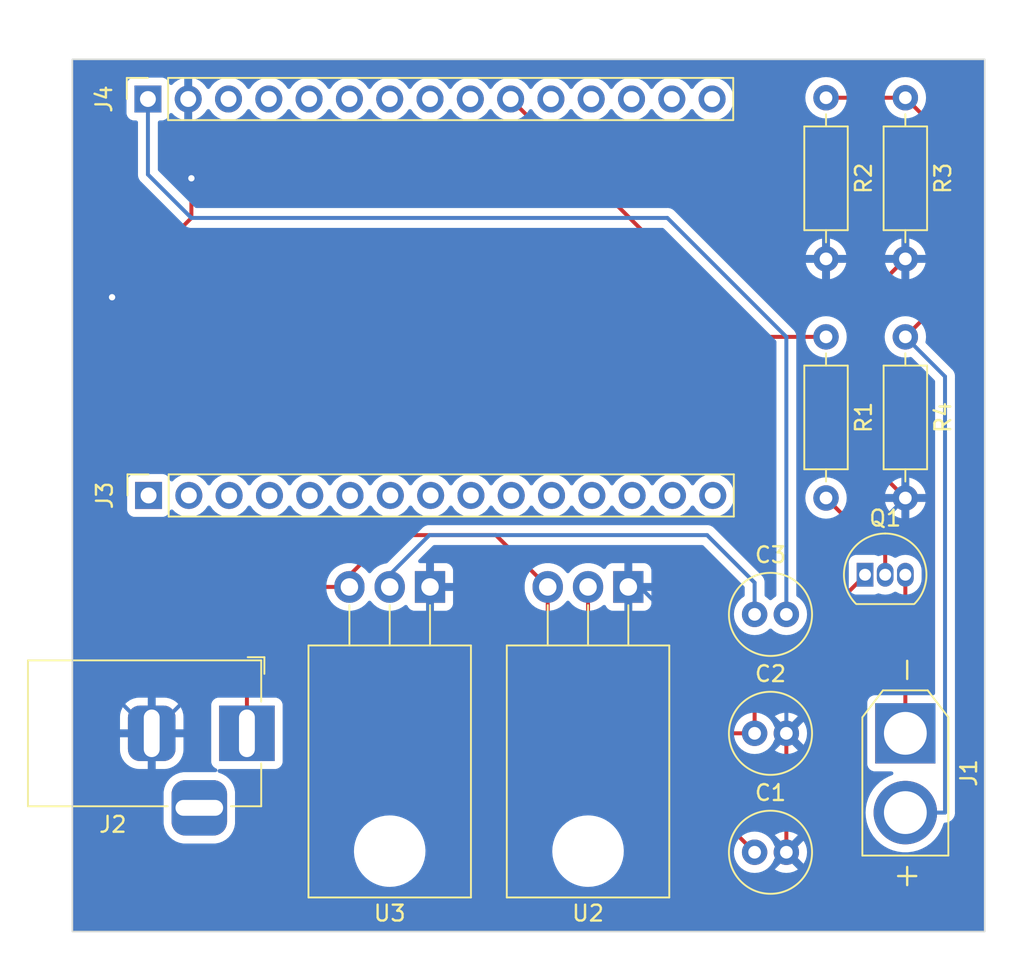
<source format=kicad_pcb>
(kicad_pcb (version 20221018) (generator pcbnew)
  (layers (0 "F.Cu" signal) (31 "B.Cu" signal) (34 "B.Paste" user) (35 "F.Paste" user) (36 "B.SilkS" user "B.Silkscreen") (37 "F.SilkS" user "F.Silkscreen") (38 "B.Mask" user) (39 "F.Mask" user) (44 "Edge.Cuts" user))
  (net 0 "")
  (net 1 "+9V")
  (net 2 "GND")
  (net 3 "+3V3")
  (net 4 "+5V")
  (net 5 "Net-(J4-Pin_1)")
  (net 6 "Net-(J1-Pin_1)")
  (net 7 "Net-(J1-Pin_2)")
  (net 8 "Net-(Q1-B)")
  (net 9 "Net-(J4-Pin_10)")
  (footprint "Resistor_THT:R_Axial_DIN0207_L6.3mm_D2.5mm_P10.16mm_Horizontal" (layer "F.Cu") (at 147.5 72.42 -90)
    (fp_text reference "R3" (at 5.08 -2.37 90) (layer "F.SilkS"))
    (fp_text value "300")
    (fp_line (start 1.04 0) (end 1.81 0) (stroke (width 0.12)) (layer "F.SilkS"))
    (fp_line (start 1.81 -1.37) (end 1.81 1.37) (stroke (width 0.12)) (layer "F.SilkS"))
    (fp_line (start 1.81 1.37) (end 8.35 1.37) (stroke (width 0.12)) (layer "F.SilkS"))
    (fp_line (start 8.35 -1.37) (end 1.81 -1.37) (stroke (width 0.12)) (layer "F.SilkS"))
    (fp_line (start 8.35 1.37) (end 8.35 -1.37) (stroke (width 0.12)) (layer "F.SilkS"))
    (fp_line (start 9.12 0) (end 8.35 0) (stroke (width 0.12)) (layer "F.SilkS"))
    (pad "1" thru_hole circle (at 0 0 270) (size 1.6 1.6) (drill 0.8) (layers "*.Cu" "*.Mask") (net 7 "Net-(J1-Pin_2)"))
    (pad "2" thru_hole oval (at 10.16 0 270) (size 1.6 1.6) (drill 0.8) (layers "*.Cu" "*.Mask") (net 2 "GND"))
  )
  (footprint "Connector_PinSocket_2.54mm:PinSocket_1x15_P2.54mm_Vertical" (layer "F.Cu") (at 99.76 72.5 90)
    (fp_text reference "J4" (at 0 -2.77 90) (layer "F.SilkS"))
    (fp_text value "Conn_01x15_Pin")
    (fp_line (start -1.33 1.27) (end -1.33 36.89) (stroke (width 0.12)) (layer "F.SilkS"))
    (fp_line (start -1.33 1.27) (end 1.33 1.27) (stroke (width 0.12)) (layer "F.SilkS"))
    (fp_line (start -1.33 36.89) (end 1.33 36.89) (stroke (width 0.12)) (layer "F.SilkS"))
    (fp_line (start 0 -1.33) (end 1.33 -1.33) (stroke (width 0.12)) (layer "F.SilkS"))
    (fp_line (start 1.33 -1.33) (end 1.33 0) (stroke (width 0.12)) (layer "F.SilkS"))
    (fp_line (start 1.33 1.27) (end 1.33 36.89) (stroke (width 0.12)) (layer "F.SilkS"))
    (pad "1" thru_hole rect (at 0 0 90) (size 1.7 1.7) (drill 1) (layers "*.Cu" "*.Mask") (net 5 "Net-(J4-Pin_1)"))
    (pad "2" thru_hole oval (at 0 2.54 90) (size 1.7 1.7) (drill 1) (layers "*.Cu" "*.Mask") (net 2 "GND"))
    (pad "3" thru_hole oval (at 0 5.08 90) (size 1.7 1.7) (drill 1) (layers "*.Cu" "*.Mask"))
    (pad "4" thru_hole oval (at 0 7.62 90) (size 1.7 1.7) (drill 1) (layers "*.Cu" "*.Mask"))
    (pad "5" thru_hole oval (at 0 10.16 90) (size 1.7 1.7) (drill 1) (layers "*.Cu" "*.Mask"))
    (pad "6" thru_hole oval (at 0 12.7 90) (size 1.7 1.7) (drill 1) (layers "*.Cu" "*.Mask"))
    (pad "7" thru_hole oval (at 0 15.24 90) (size 1.7 1.7) (drill 1) (layers "*.Cu" "*.Mask"))
    (pad "8" thru_hole oval (at 0 17.78 90) (size 1.7 1.7) (drill 1) (layers "*.Cu" "*.Mask"))
    (pad "9" thru_hole oval (at 0 20.32 90) (size 1.7 1.7) (drill 1) (layers "*.Cu" "*.Mask"))
    (pad "10" thru_hole oval (at 0 22.86 90) (size 1.7 1.7) (drill 1) (layers "*.Cu" "*.Mask") (net 9 "Net-(J4-Pin_10)"))
    (pad "11" thru_hole oval (at 0 25.4 90) (size 1.7 1.7) (drill 1) (layers "*.Cu" "*.Mask"))
    (pad "12" thru_hole oval (at 0 27.94 90) (size 1.7 1.7) (drill 1) (layers "*.Cu" "*.Mask"))
    (pad "13" thru_hole oval (at 0 30.48 90) (size 1.7 1.7) (drill 1) (layers "*.Cu" "*.Mask"))
    (pad "14" thru_hole oval (at 0 33.02 90) (size 1.7 1.7) (drill 1) (layers "*.Cu" "*.Mask"))
    (pad "15" thru_hole oval (at 0 35.56 90) (size 1.7 1.7) (drill 1) (layers "*.Cu" "*.Mask"))
  )
  (footprint "Resistor_THT:R_Axial_DIN0207_L6.3mm_D2.5mm_P10.16mm_Horizontal" (layer "F.Cu") (at 142.5 87.5 -90)
    (fp_text reference "R1" (at 5.08 -2.37 90) (layer "F.SilkS"))
    (fp_text value "10k")
    (fp_line (start 1.04 0) (end 1.81 0) (stroke (width 0.12)) (layer "F.SilkS"))
    (fp_line (start 1.81 -1.37) (end 1.81 1.37) (stroke (width 0.12)) (layer "F.SilkS"))
    (fp_line (start 1.81 1.37) (end 8.35 1.37) (stroke (width 0.12)) (layer "F.SilkS"))
    (fp_line (start 8.35 -1.37) (end 1.81 -1.37) (stroke (width 0.12)) (layer "F.SilkS"))
    (fp_line (start 8.35 1.37) (end 8.35 -1.37) (stroke (width 0.12)) (layer "F.SilkS"))
    (fp_line (start 9.12 0) (end 8.35 0) (stroke (width 0.12)) (layer "F.SilkS"))
    (pad "1" thru_hole circle (at 0 0 270) (size 1.6 1.6) (drill 0.8) (layers "*.Cu" "*.Mask") (net 9 "Net-(J4-Pin_10)"))
    (pad "2" thru_hole oval (at 10.16 0 270) (size 1.6 1.6) (drill 0.8) (layers "*.Cu" "*.Mask") (net 8 "Net-(Q1-B)"))
  )
  (footprint "Capacitor_THT:C_Radial_D5.0mm_H11.0mm_P2.00mm" (layer "F.Cu") (at 138 112.5)
    (fp_text reference "C2" (at 1 -3.75) (layer "F.SilkS"))
    (fp_text value "C")
    (fp_circle (center 1 0) (end 3.62 0) (stroke (width 0.12)) (fill none) (layer "F.SilkS"))
    (pad "1" thru_hole circle (at 0 0) (size 1.6 1.6) (drill 0.8) (layers "*.Cu" "*.Mask") (net 3 "+3V3"))
    (pad "2" thru_hole circle (at 2 0) (size 1.6 1.6) (drill 0.8) (layers "*.Cu" "*.Mask") (net 2 "GND"))
  )
  (footprint "Package_TO_SOT_THT:TO-220-3_Horizontal_TabDown" (layer "F.Cu") (at 130.04 103.27 180)
    (fp_text reference "U2" (at 2.54 -20.58) (layer "F.SilkS"))
    (fp_text value "LM1117T-3.3")
    (fp_line (start -2.58 -19.58) (end -2.58 -3.69) (stroke (width 0.12)) (layer "F.SilkS"))
    (fp_line (start -2.58 -19.58) (end 7.66 -19.58) (stroke (width 0.12)) (layer "F.SilkS"))
    (fp_line (start -2.58 -3.69) (end 7.66 -3.69) (stroke (width 0.12)) (layer "F.SilkS"))
    (fp_line (start 0 -3.69) (end 0 -1.15) (stroke (width 0.12)) (layer "F.SilkS"))
    (fp_line (start 2.54 -3.69) (end 2.54 -1.15) (stroke (width 0.12)) (layer "F.SilkS"))
    (fp_line (start 5.08 -3.69) (end 5.08 -1.15) (stroke (width 0.12)) (layer "F.SilkS"))
    (fp_line (start 7.66 -19.58) (end 7.66 -3.69) (stroke (width 0.12)) (layer "F.SilkS"))
    (pad "" np_thru_hole oval (at 2.54 -16.66 180) (size 3.5 3.5) (drill 3.5) (layers "*.Cu" "*.Mask"))
    (pad "1" thru_hole rect (at 0 0 180) (size 1.905 2) (drill 1.1) (layers "*.Cu" "*.Mask") (net 2 "GND"))
    (pad "2" thru_hole oval (at 2.54 0 180) (size 1.905 2) (drill 1.1) (layers "*.Cu" "*.Mask") (net 3 "+3V3"))
    (pad "3" thru_hole oval (at 5.08 0 180) (size 1.905 2) (drill 1.1) (layers "*.Cu" "*.Mask") (net 1 "+9V"))
  )
  (footprint "Capacitor_THT:C_Radial_D5.0mm_H11.0mm_P2.00mm" (layer "F.Cu") (at 138 105)
    (fp_text reference "C3" (at 1 -3.75) (layer "F.SilkS"))
    (fp_text value "C")
    (fp_circle (center 1 0) (end 3.62 0) (stroke (width 0.12)) (fill none) (layer "F.SilkS"))
    (pad "1" thru_hole circle (at 0 0) (size 1.6 1.6) (drill 0.8) (layers "*.Cu" "*.Mask") (net 4 "+5V"))
    (pad "2" thru_hole circle (at 2 0) (size 1.6 1.6) (drill 0.8) (layers "*.Cu" "*.Mask") (net 5 "Net-(J4-Pin_1)"))
  )
  (footprint "Package_TO_SOT_THT:TO-220-3_Horizontal_TabDown" (layer "F.Cu") (at 117.54 103.27 180)
    (fp_text reference "U3" (at 2.54 -20.58) (layer "F.SilkS"))
    (fp_text value "LM1117T-5.0")
    (fp_line (start -2.58 -19.58) (end -2.58 -3.69) (stroke (width 0.12)) (layer "F.SilkS"))
    (fp_line (start -2.58 -19.58) (end 7.66 -19.58) (stroke (width 0.12)) (layer "F.SilkS"))
    (fp_line (start -2.58 -3.69) (end 7.66 -3.69) (stroke (width 0.12)) (layer "F.SilkS"))
    (fp_line (start 0 -3.69) (end 0 -1.15) (stroke (width 0.12)) (layer "F.SilkS"))
    (fp_line (start 2.54 -3.69) (end 2.54 -1.15) (stroke (width 0.12)) (layer "F.SilkS"))
    (fp_line (start 5.08 -3.69) (end 5.08 -1.15) (stroke (width 0.12)) (layer "F.SilkS"))
    (fp_line (start 7.66 -19.58) (end 7.66 -3.69) (stroke (width 0.12)) (layer "F.SilkS"))
    (pad "" np_thru_hole oval (at 2.54 -16.66 180) (size 3.5 3.5) (drill 3.5) (layers "*.Cu" "*.Mask"))
    (pad "1" thru_hole rect (at 0 0 180) (size 1.905 2) (drill 1.1) (layers "*.Cu" "*.Mask") (net 2 "GND"))
    (pad "2" thru_hole oval (at 2.54 0 180) (size 1.905 2) (drill 1.1) (layers "*.Cu" "*.Mask") (net 4 "+5V"))
    (pad "3" thru_hole oval (at 5.08 0 180) (size 1.905 2) (drill 1.1) (layers "*.Cu" "*.Mask") (net 1 "+9V"))
  )
  (footprint "Capacitor_THT:C_Radial_D5.0mm_H11.0mm_P2.00mm" (layer "F.Cu") (at 138 120)
    (fp_text reference "C1" (at 1 -3.75) (layer "F.SilkS"))
    (fp_text value "C")
    (fp_circle (center 1 0) (end 3.62 0) (stroke (width 0.12)) (fill none) (layer "F.SilkS"))
    (pad "1" thru_hole circle (at 0 0) (size 1.6 1.6) (drill 0.8) (layers "*.Cu" "*.Mask") (net 1 "+9V"))
    (pad "2" thru_hole circle (at 2 0) (size 1.6 1.6) (drill 0.8) (layers "*.Cu" "*.Mask") (net 2 "GND"))
  )
  (footprint "Connector_PinSocket_2.54mm:PinSocket_1x15_P2.54mm_Vertical" (layer "F.Cu") (at 99.8 97.5 90)
    (fp_text reference "J3" (at 0 -2.77 90) (layer "F.SilkS"))
    (fp_text value "Conn_01x15_Pin")
    (fp_line (start -1.33 1.27) (end -1.33 36.89) (stroke (width 0.12)) (layer "F.SilkS"))
    (fp_line (start -1.33 1.27) (end 1.33 1.27) (stroke (width 0.12)) (layer "F.SilkS"))
    (fp_line (start -1.33 36.89) (end 1.33 36.89) (stroke (width 0.12)) (layer "F.SilkS"))
    (fp_line (start 0 -1.33) (end 1.33 -1.33) (stroke (width 0.12)) (layer "F.SilkS"))
    (fp_line (start 1.33 -1.33) (end 1.33 0) (stroke (width 0.12)) (layer "F.SilkS"))
    (fp_line (start 1.33 1.27) (end 1.33 36.89) (stroke (width 0.12)) (layer "F.SilkS"))
    (pad "1" thru_hole rect (at 0 0 90) (size 1.7 1.7) (drill 1) (layers "*.Cu" "*.Mask"))
    (pad "2" thru_hole oval (at 0 2.54 90) (size 1.7 1.7) (drill 1) (layers "*.Cu" "*.Mask"))
    (pad "3" thru_hole oval (at 0 5.08 90) (size 1.7 1.7) (drill 1) (layers "*.Cu" "*.Mask"))
    (pad "4" thru_hole oval (at 0 7.62 90) (size 1.7 1.7) (drill 1) (layers "*.Cu" "*.Mask"))
    (pad "5" thru_hole oval (at 0 10.16 90) (size 1.7 1.7) (drill 1) (layers "*.Cu" "*.Mask"))
    (pad "6" thru_hole oval (at 0 12.7 90) (size 1.7 1.7) (drill 1) (layers "*.Cu" "*.Mask"))
    (pad "7" thru_hole oval (at 0 15.24 90) (size 1.7 1.7) (drill 1) (layers "*.Cu" "*.Mask"))
    (pad "8" thru_hole oval (at 0 17.78 90) (size 1.7 1.7) (drill 1) (layers "*.Cu" "*.Mask"))
    (pad "9" thru_hole oval (at 0 20.32 90) (size 1.7 1.7) (drill 1) (layers "*.Cu" "*.Mask"))
    (pad "10" thru_hole oval (at 0 22.86 90) (size 1.7 1.7) (drill 1) (layers "*.Cu" "*.Mask"))
    (pad "11" thru_hole oval (at 0 25.4 90) (size 1.7 1.7) (drill 1) (layers "*.Cu" "*.Mask"))
    (pad "12" thru_hole oval (at 0 27.94 90) (size 1.7 1.7) (drill 1) (layers "*.Cu" "*.Mask"))
    (pad "13" thru_hole oval (at 0 30.48 90) (size 1.7 1.7) (drill 1) (layers "*.Cu" "*.Mask"))
    (pad "14" thru_hole oval (at 0 33.02 90) (size 1.7 1.7) (drill 1) (layers "*.Cu" "*.Mask"))
    (pad "15" thru_hole oval (at 0 35.56 90) (size 1.7 1.7) (drill 1) (layers "*.Cu" "*.Mask"))
  )
  (footprint "Resistor_THT:R_Axial_DIN0207_L6.3mm_D2.5mm_P10.16mm_Horizontal" (layer "F.Cu") (at 147.5 87.5 -90)
    (fp_text reference "R4" (at 5.08 -2.37 90) (layer "F.SilkS"))
    (fp_text value "300")
    (fp_line (start 1.04 0) (end 1.81 0) (stroke (width 0.12)) (layer "F.SilkS"))
    (fp_line (start 1.81 -1.37) (end 1.81 1.37) (stroke (width 0.12)) (layer "F.SilkS"))
    (fp_line (start 1.81 1.37) (end 8.35 1.37) (stroke (width 0.12)) (layer "F.SilkS"))
    (fp_line (start 8.35 -1.37) (end 1.81 -1.37) (stroke (width 0.12)) (layer "F.SilkS"))
    (fp_line (start 8.35 1.37) (end 8.35 -1.37) (stroke (width 0.12)) (layer "F.SilkS"))
    (fp_line (start 9.12 0) (end 8.35 0) (stroke (width 0.12)) (layer "F.SilkS"))
    (pad "1" thru_hole circle (at 0 0 270) (size 1.6 1.6) (drill 0.8) (layers "*.Cu" "*.Mask") (net 7 "Net-(J1-Pin_2)"))
    (pad "2" thru_hole oval (at 10.16 0 270) (size 1.6 1.6) (drill 0.8) (layers "*.Cu" "*.Mask") (net 2 "GND"))
  )
  (footprint "Connector_AMASS:AMASS_XT30U-F_1x02_P5.0mm_Vertical" (layer "F.Cu") (at 147.5 112.5 -90)
    (fp_text reference "J1" (at 2.5 -4 90) (layer "F.SilkS"))
    (fp_text value "Lamp LED")
    (fp_text user "+" (at 9 0 90) (layer "F.SilkS") (effects (font (size 1.5 1.5))))
    (fp_text user "-" (at -4 0 90) (layer "F.SilkS") (effects (font (size 1.5 1.5))))
    (fp_line (start -2.71 -1.41) (end -2.71 1.41) (stroke (width 0.12)) (layer "F.SilkS"))
    (fp_line (start -2.71 -1.41) (end -1.01 -2.71) (stroke (width 0.12)) (layer "F.SilkS"))
    (fp_line (start -2.71 1.41) (end -1.01 2.71) (stroke (width 0.12)) (layer "F.SilkS"))
    (fp_line (start -1.01 -2.71) (end 7.71 -2.71) (stroke (width 0.12)) (layer "F.SilkS"))
    (fp_line (start -1.01 2.71) (end 7.71 2.71) (stroke (width 0.12)) (layer "F.SilkS"))
    (fp_line (start 7.71 -2.71) (end 7.71 2.71) (stroke (width 0.12)) (layer "F.SilkS"))
    (pad "1" thru_hole rect (at 0 0 270) (size 3.8 3.8) (drill 2.7) (layers "*.Cu" "*.Mask") (net 6 "Net-(J1-Pin_1)"))
    (pad "2" thru_hole circle (at 5 0 270) (size 4 4) (drill 2.7) (layers "*.Cu" "*.Mask") (net 7 "Net-(J1-Pin_2)"))
  )
  (footprint "Connector_BarrelJack:BarrelJack_Horizontal" (layer "F.Cu") (at 106 112.5)
    (fp_text reference "J2" (at -8.45 5.75) (layer "F.SilkS"))
    (fp_text value "Barrel_Jack_MountingPin")
    (fp_line (start -13.8 -4.6) (end 0.9 -4.6) (stroke (width 0.12)) (layer "F.SilkS"))
    (fp_line (start -13.8 4.6) (end -13.8 -4.6) (stroke (width 0.12)) (layer "F.SilkS"))
    (fp_line (start -5 4.6) (end -13.8 4.6) (stroke (width 0.12)) (layer "F.SilkS"))
    (fp_line (start 0.05 -4.8) (end 1.1 -4.8) (stroke (width 0.12)) (layer "F.SilkS"))
    (fp_line (start 0.9 -4.6) (end 0.9 -2) (stroke (width 0.12)) (layer "F.SilkS"))
    (fp_line (start 0.9 1.9) (end 0.9 4.6) (stroke (width 0.12)) (layer "F.SilkS"))
    (fp_line (start 0.9 4.6) (end -1 4.6) (stroke (width 0.12)) (layer "F.SilkS"))
    (fp_line (start 1.1 -3.75) (end 1.1 -4.8) (stroke (width 0.12)) (layer "F.SilkS"))
    (pad "1" thru_hole rect (at 0 0) (size 3.5 3.5) (drill oval 1 3) (layers "*.Cu" "*.Mask") (net 1 "+9V"))
    (pad "2" thru_hole roundrect (at -6 0) (size 3 3.5) (drill oval 1 3) (layers "*.Cu" "*.Mask") (net 2 "GND"))
    (pad "3" thru_hole roundrect (at -3 4.7) (size 3.5 3.5) (drill oval 3 1) (layers "*.Cu" "*.Mask"))
  )
  (footprint "Resistor_THT:R_Axial_DIN0207_L6.3mm_D2.5mm_P10.16mm_Horizontal" (layer "F.Cu") (at 142.5 72.42 -90)
    (fp_text reference "R2" (at 5.08 -2.37 90) (layer "F.SilkS"))
    (fp_text value "300")
    (fp_line (start 1.04 0) (end 1.81 0) (stroke (width 0.12)) (layer "F.SilkS"))
    (fp_line (start 1.81 -1.37) (end 1.81 1.37) (stroke (width 0.12)) (layer "F.SilkS"))
    (fp_line (start 1.81 1.37) (end 8.35 1.37) (stroke (width 0.12)) (layer "F.SilkS"))
    (fp_line (start 8.35 -1.37) (end 1.81 -1.37) (stroke (width 0.12)) (layer "F.SilkS"))
    (fp_line (start 8.35 1.37) (end 8.35 -1.37) (stroke (width 0.12)) (layer "F.SilkS"))
    (fp_line (start 9.12 0) (end 8.35 0) (stroke (width 0.12)) (layer "F.SilkS"))
    (pad "1" thru_hole circle (at 0 0 270) (size 1.6 1.6) (drill 0.8) (layers "*.Cu" "*.Mask") (net 7 "Net-(J1-Pin_2)"))
    (pad "2" thru_hole oval (at 10.16 0 270) (size 1.6 1.6) (drill 0.8) (layers "*.Cu" "*.Mask") (net 2 "GND"))
  )
  (footprint "Package_TO_SOT_THT:TO-92_Inline" (layer "F.Cu") (at 144.96 102.5)
    (fp_text reference "Q1" (at 1.27 -3.56) (layer "F.SilkS"))
    (fp_text value "2N3906")
    (fp_line (start -0.53 1.85) (end 3.07 1.85) (stroke (width 0.12)) (layer "F.SilkS"))
    (fp_arc (start -0.568478 1.838478) (mid -1.132087 -0.994977) (end 1.27 -2.6) (stroke (width 0.12)) (layer "F.SilkS"))
    (fp_arc (start 1.27 -2.6) (mid 3.672087 -0.994977) (end 3.108478 1.838478) (stroke (width 0.12)) (layer "F.SilkS"))
    (pad "1" thru_hole rect (at 0 0) (size 1.05 1.5) (drill 0.75) (layers "*.Cu" "*.Mask") (net 3 "+3V3"))
    (pad "2" thru_hole oval (at 1.27 0) (size 1.05 1.5) (drill 0.75) (layers "*.Cu" "*.Mask") (net 8 "Net-(Q1-B)"))
    (pad "3" thru_hole oval (at 2.54 0) (size 1.05 1.5) (drill 0.75) (layers "*.Cu" "*.Mask") (net 6 "Net-(J1-Pin_1)"))
  )
  (gr_rect (start 95 70) (end 152.5 125) (stroke (width 0.1)) (fill none) (layer "Edge.Cuts"))
  (segment (start 132.5 115) (end 133 115) (width 0.25) (layer "F.Cu") (net 1))
  (segment (start 106 106.5) (end 106 112.5) (width 0.25) (layer "F.Cu") (net 1))
  (segment (start 112.46 103.27) (end 112.46 102.54) (width 0.25) (layer "F.Cu") (net 1))
  (segment (start 109.23 103.27) (end 106 106.5) (width 0.25) (layer "F.Cu") (net 1))
  (segment (start 115 100) (end 121.69 100) (width 0.25) (layer "F.Cu") (net 1))
  (segment (start 112.46 102.54) (end 115 100) (width 0.25) (layer "F.Cu") (net 1))
  (segment (start 133 115) (end 138 120) (width 0.25) (layer "F.Cu") (net 1))
  (segment (start 124.96 103.27) (end 124.96 107.46) (width 0.25) (layer "F.Cu") (net 1))
  (segment (start 124.96 107.46) (end 132.5 115) (width 0.25) (layer "F.Cu") (net 1))
  (segment (start 112.46 103.27) (end 109.23 103.27) (width 0.25) (layer "F.Cu") (net 1))
  (segment (start 121.69 100) (end 124.96 103.27) (width 0.25) (layer "F.Cu") (net 1))
  (segment (start 145.08 85) (end 145 85) (width 0.25) (layer "F.Cu") (net 2))
  (segment (start 147.5 82.58) (end 145.08 85) (width 0.25) (layer "F.Cu") (net 2))
  (segment (start 145 95.16) (end 147.5 97.66) (width 0.25) (layer "F.Cu") (net 2))
  (segment (start 142.5 82.58) (end 147.5 82.58) (width 0.25) (layer "F.Cu") (net 2))
  (segment (start 140 120) (end 140 112.5) (width 0.25) (layer "F.Cu") (net 2))
  (segment (start 97.5 85) (end 102.5 80) (width 0.25) (layer "F.Cu") (net 2))
  (segment (start 102.5 80) (end 102.5 77.5) (width 0.25) (layer "F.Cu") (net 2))
  (segment (start 145 85) (end 145 95.16) (width 0.25) (layer "F.Cu") (net 2))
  (via (at 97.5 85) (size 0.8) (drill 0.4) (layers "F.Cu" "B.Cu") (net 2))
  (via (at 102.5 77.5) (size 0.8) (drill 0.4) (layers "F.Cu" "B.Cu") (net 2))
  (segment (start 120.77 103.27) (end 125 107.5) (width 0.25) (layer "B.Cu") (net 2))
  (segment (start 142.5 102.5) (end 142.5 105) (width 0.25) (layer "B.Cu") (net 2))
  (segment (start 127.5 107.5) (end 130.04 104.96) (width 0.25) (layer "B.Cu") (net 2))
  (segment (start 117.54 103.27) (end 117.54 104.96) (width 0.25) (layer "B.Cu") (net 2))
  (segment (start 140 107.5) (end 137.5 107.5) (width 0.25) (layer "B.Cu") (net 2))
  (segment (start 140 110) (end 140 112.5) (width 0.25) (layer "B.Cu") (net 2))
  (segment (start 137.5 107.5) (end 140 110) (width 0.25) (layer "B.Cu") (net 2))
  (segment (start 135 107.5) (end 137.5 107.5) (width 0.25) (layer "B.Cu") (net 2))
  (segment (start 130.77 103.27) (end 135 107.5) (width 0.25) (layer "B.Cu") (net 2))
  (segment (start 102.5 75) (end 102.3 74.8) (width 0.25) (layer "B.Cu") (net 2))
  (segment (start 115 107.5) (end 105 107.5) (width 0.25) (layer "B.Cu") (net 2))
  (segment (start 117.54 104.96) (end 115 107.5) (width 0.25) (layer "B.Cu") (net 2))
  (segment (start 142.66 102.5) (end 142.5 102.5) (width 0.25) (layer "B.Cu") (net 2))
  (segment (start 130.04 103.27) (end 130.77 103.27) (width 0.25) (layer "B.Cu") (net 2))
  (segment (start 147.5 97.66) (end 142.66 102.5) (width 0.25) (layer "B.Cu") (net 2))
  (segment (start 125 107.5) (end 127.5 107.5) (width 0.25) (layer "B.Cu") (net 2))
  (segment (start 102.3 72.5) (end 102.3 74.8) (width 0.25) (layer "B.Cu") (net 2))
  (segment (start 97.5 85) (end 97.5 110) (width 0.25) (layer "B.Cu") (net 2))
  (segment (start 117.54 103.27) (end 120.77 103.27) (width 0.25) (layer "B.Cu") (net 2))
  (segment (start 97.5 110) (end 100 112.5) (width 0.25) (layer "B.Cu") (net 2))
  (segment (start 105 107.5) (end 100 112.5) (width 0.25) (layer "B.Cu") (net 2))
  (segment (start 142.5 105) (end 140 107.5) (width 0.25) (layer "B.Cu") (net 2))
  (segment (start 102.5 77.5) (end 102.5 75) (width 0.25) (layer "B.Cu") (net 2))
  (segment (start 130.04 104.96) (end 130.04 103.27) (width 0.25) (layer "B.Cu") (net 2))
  (segment (start 144.96 102.54) (end 138 109.5) (width 0.25) (layer "F.Cu") (net 3))
  (segment (start 138 112.5) (end 135 112.5) (width 0.25) (layer "F.Cu") (net 3))
  (segment (start 135 112.5) (end 127.5 105) (width 0.25) (layer "F.Cu") (net 3))
  (segment (start 144.96 102.5) (end 144.96 102.54) (width 0.25) (layer "F.Cu") (net 3))
  (segment (start 127.5 105) (end 127.5 103.27) (width 0.25) (layer "F.Cu") (net 3))
  (segment (start 138 109.5) (end 138 112.5) (width 0.25) (layer "F.Cu") (net 3))
  (segment (start 138 103) (end 138 105) (width 0.25) (layer "B.Cu") (net 4))
  (segment (start 117.5 100) (end 135 100) (width 0.25) (layer "B.Cu") (net 4))
  (segment (start 115 102.5) (end 117.5 100) (width 0.25) (layer "B.Cu") (net 4))
  (segment (start 135 100) (end 138 103) (width 0.25) (layer "B.Cu") (net 4))
  (segment (start 115 103.27) (end 115 102.5) (width 0.25) (layer "B.Cu") (net 4))
  (segment (start 99.76 72.5) (end 99.76 77.26) (width 0.25) (layer "B.Cu") (net 5))
  (segment (start 99.76 77.26) (end 102.5 80) (width 0.25) (layer "B.Cu") (net 5))
  (segment (start 102.5 80) (end 132.5 80) (width 0.25) (layer "B.Cu") (net 5))
  (segment (start 132.5 80) (end 140 87.5) (width 0.25) (layer "B.Cu") (net 5))
  (segment (start 140 87.5) (end 140 105) (width 0.25) (layer "B.Cu") (net 5))
  (segment (start 147.5 102.5) (end 147.5 112.5) (width 0.25) (layer "F.Cu") (net 6))
  (segment (start 147.5 72.42) (end 150 74.92) (width 0.25) (layer "F.Cu") (net 7))
  (segment (start 150 85) (end 147.5 87.5) (width 0.25) (layer "F.Cu") (net 7))
  (segment (start 150 74.92) (end 150 85) (width 0.25) (layer "F.Cu") (net 7))
  (segment (start 142.5 72.42) (end 147.5 72.42) (width 0.25) (layer "F.Cu") (net 7))
  (segment (start 150 117.5) (end 150 90) (width 0.25) (layer "B.Cu") (net 7))
  (segment (start 150 90) (end 147.5 87.5) (width 0.25) (layer "B.Cu") (net 7))
  (segment (start 147.5 117.5) (end 150 117.5) (width 0.25) (layer "B.Cu") (net 7))
  (segment (start 144.84 100) (end 142.5 97.66) (width 0.25) (layer "F.Cu") (net 8))
  (segment (start 145 100) (end 144.84 100) (width 0.25) (layer "F.Cu") (net 8))
  (segment (start 146.23 102.5) (end 146.23 101.23) (width 0.25) (layer "F.Cu") (net 8))
  (segment (start 146.23 101.23) (end 145 100) (width 0.25) (layer "F.Cu") (net 8))
  (segment (start 137.62 87.5) (end 142.5 87.5) (width 0.25) (layer "F.Cu") (net 9))
  (segment (start 122.62 72.5) (end 137.62 87.5) (width 0.25) (layer "F.Cu") (net 9))
  (zone (net 2) (net_name "GND") (layer "B.Cu") (connect_pads (clearance 0.5)) (min_thickness 0.25) (fill yes (thermal_gap 0.5) (thermal_bridge_width 0.5))
    (polygon (pts (xy 155 67.5) (xy 155 127.5) (xy 92.5 127.5) (xy 92.5 67.5)))
  )
)
</source>
